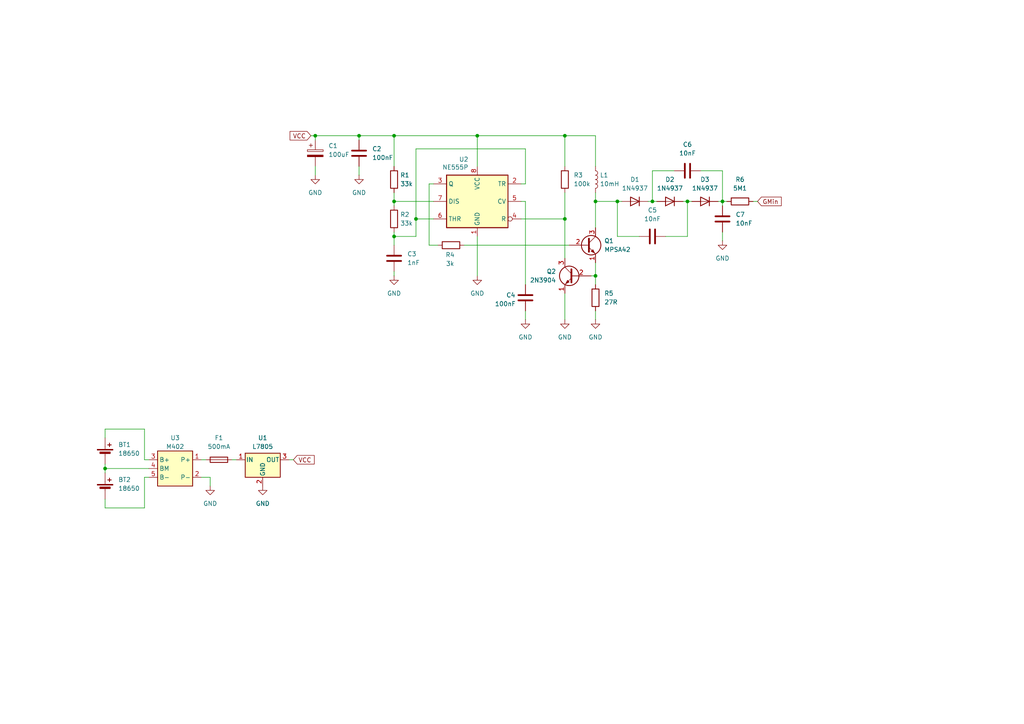
<source format=kicad_sch>
(kicad_sch (version 20231120) (generator "eeschema") (generator_version "8.0")
  (paper "A4")
  (lib_symbols
    (symbol "Balancer:M402"
      (property "Reference" "U" (at 0 6.35 0))
      (symbol "M402_1_1"
        (rectangle (start -5.08 5.08) (end 5.08 -5.08) (stroke (width 0.254)) (fill (type background)))
        (pin output line (at 7.62 2.54 180) (length 2.54) (name "P+") (number "1"))
        (pin output line (at 7.62 -2.54 180) (length 2.54) (name "P-") (number "2"))
        (pin input line (at -7.62 2.54 0) (length 2.54) (name "B+") (number "3"))
        (pin input line (at -7.62 0 0) (length 2.54) (name "BM") (number "4"))
        (pin input line (at -7.62 -2.54 0) (length 2.54) (name "B-") (number "5"))
      )
    )
    (symbol "Device:Ammeter_DC" (pin_numbers hide) (pin_names (offset 0.0254) hide)
      (property "Reference" "MES" (at -3.302 1.016 0))
      (property "Value" "Ammeter_DC" (at -3.302 -0.762 0))
      (symbol "Ammeter_DC_0_0"
        (polyline (pts (xy -3.175 -3.175) (xy -1.905 -1.905)))
        (polyline (pts (xy 1.905 1.905) (xy 3.175 3.175)))
        (polyline (pts (xy 1.905 3.175) (xy 3.175 3.175) (xy 3.175 1.905)))
        (text "A" (at 0 0 0) (effects (font (size 2.54 2.54))))
      )
      (symbol "Ammeter_DC_0_1"
        (polyline (pts (xy 0.254 3.81) (xy 0.762 3.81)))
        (polyline (pts (xy 0.508 4.064) (xy 0.508 3.556)))
        (circle (center 0 0) (radius 2.54) (stroke (width 0.254)))
      )
      (symbol "Ammeter_DC_1_1"
        (pin passive line (at 0 -5.08 90) (length 2.54) (name "-") (number "1"))
        (pin passive line (at 0 5.08 270) (length 2.54) (name "+") (number "2"))
      )
    )
    (symbol "Device:Battery_Cell" (pin_numbers hide) (pin_names (offset 0) hide)
      (property "Reference" "BT" (at 2.54 2.54 0))
      (property "Value" "Battery_Cell" (at 2.54 0 0))
      (symbol "Battery_Cell_0_1"
        (rectangle (start -2.286 1.778) (end 2.286 1.524) (fill (type outline)))
        (rectangle (start -1.524 1.016) (end 1.524 0.508) (fill (type outline)))
        (polyline (pts (xy 0 0.762) (xy 0 0)))
        (polyline (pts (xy 0 1.778) (xy 0 2.54)))
        (polyline (pts (xy 0.762 3.048) (xy 1.778 3.048)) (stroke (width 0.254)))
        (polyline (pts (xy 1.27 3.556) (xy 1.27 2.54)) (stroke (width 0.254)))
      )
      (symbol "Battery_Cell_1_1"
        (pin passive line (at 0 5.08 270) (length 2.54) (name "+") (number "1"))
        (pin passive line (at 0 -2.54 90) (length 2.54) (name "-") (number "2"))
      )
    )
    (symbol "Device:C" (pin_numbers hide) (pin_names (offset 0.254))
      (property "Reference" "C" (at 0.635 2.54 0))
      (property "Value" "C" (at 0.635 -2.54 0))
      (symbol "C_0_1"
        (polyline (pts (xy -2.032 -0.762) (xy 2.032 -0.762)) (stroke (width 0.508)))
        (polyline (pts (xy -2.032 0.762) (xy 2.032 0.762)) (stroke (width 0.508)))
      )
      (symbol "C_1_1"
        (pin passive line (at 0 3.81 270) (length 2.794) (name "~") (number "1"))
        (pin passive line (at 0 -3.81 90) (length 2.794) (name "~") (number "2"))
      )
    )
    (symbol "Device:C_Polarized" (pin_numbers hide) (pin_names (offset 0.254))
      (property "Reference" "C" (at 0.635 2.54 0))
      (property "Value" "C_Polarized" (at 0.635 -2.54 0))
      (symbol "C_Polarized_0_1"
        (rectangle (start -2.286 0.508) (end 2.286 1.016))
        (polyline (pts (xy -1.778 2.286) (xy -0.762 2.286)))
        (polyline (pts (xy -1.27 2.794) (xy -1.27 1.778)))
        (rectangle (start 2.286 -0.508) (end -2.286 -1.016) (fill (type outline)))
      )
      (symbol "C_Polarized_1_1"
        (pin passive line (at 0 3.81 270) (length 2.794) (name "~") (number "1"))
        (pin passive line (at 0 -3.81 90) (length 2.794) (name "~") (number "2"))
      )
    )
    (symbol "Device:D" (pin_numbers hide) (pin_names (offset 1.016) hide)
      (property "Reference" "D" (at 0 2.54 0))
      (property "Value" "D" (at 0 -2.54 0))
      (symbol "D_0_1"
        (polyline (pts (xy -1.27 1.27) (xy -1.27 -1.27)) (stroke (width 0.254)))
        (polyline (pts (xy 1.27 0) (xy -1.27 0)))
        (polyline (pts (xy 1.27 1.27) (xy 1.27 -1.27) (xy -1.27 0) (xy 1.27 1.27)) (stroke (width 0.254)))
      )
      (symbol "D_1_1"
        (pin passive line (at -3.81 0 0) (length 2.54) (name "K") (number "1"))
        (pin passive line (at 3.81 0 180) (length 2.54) (name "A") (number "2"))
      )
    )
    (symbol "Device:Fuse" (pin_numbers hide) (pin_names (offset 0))
      (property "Reference" "F" (at 2.032 0 90))
      (property "Value" "Fuse" (at -1.905 0 90))
      (symbol "Fuse_0_1"
        (rectangle (start -0.762 -2.54) (end 0.762 2.54) (stroke (width 0.254)))
        (polyline (pts (xy 0 2.54) (xy 0 -2.54)))
      )
      (symbol "Fuse_1_1"
        (pin passive line (at 0 3.81 270) (length 1.27) (name "~") (number "1"))
        (pin passive line (at 0 -3.81 90) (length 1.27) (name "~") (number "2"))
      )
    )
    (symbol "Device:L" (pin_numbers hide) (pin_names (offset 1.016) hide)
      (property "Reference" "L" (at -1.27 0 90))
      (property "Value" "L" (at 1.905 0 90))
      (symbol "L_0_1"
        (arc (start 0 -2.54) (mid 0.6323 -1.905) (end 0 -1.27))
        (arc (start 0 -1.27) (mid 0.6323 -0.635) (end 0 0))
        (arc (start 0 0) (mid 0.6323 0.635) (end 0 1.27))
        (arc (start 0 1.27) (mid 0.6323 1.905) (end 0 2.54))
      )
      (symbol "L_1_1"
        (pin passive line (at 0 3.81 270) (length 1.27) (name "1") (number "1"))
        (pin passive line (at 0 -3.81 90) (length 1.27) (name "2") (number "2"))
      )
    )
    (symbol "Device:R" (pin_numbers hide) (pin_names (offset 0))
      (property "Reference" "R" (at 2.032 0 90))
      (property "Value" "R" (at 0 0 90))
      (symbol "R_0_1"
        (rectangle (start -1.016 -2.54) (end 1.016 2.54) (stroke (width 0.254)))
      )
      (symbol "R_1_1"
        (pin passive line (at 0 3.81 270) (length 1.27) (name "~") (number "1"))
        (pin passive line (at 0 -3.81 90) (length 1.27) (name "~") (number "2"))
      )
    )
    (symbol "Device:Speaker" (pin_names (offset 0) hide)
      (property "Reference" "LS" (at 1.27 5.715 0))
      (property "Value" "Speaker" (at 1.27 3.81 0))
      (symbol "Speaker_0_0"
        (rectangle (start -2.54 1.27) (end 1.016 -3.81) (stroke (width 0.254)))
        (polyline (pts (xy 1.016 1.27) (xy 3.556 3.81) (xy 3.556 -6.35) (xy 1.016 -3.81)) (stroke (width 0.254)))
      )
      (symbol "Speaker_1_1"
        (pin input line (at -5.08 0 0) (length 2.54) (name "1") (number "1"))
        (pin input line (at -5.08 -2.54 0) (length 2.54) (name "2") (number "2"))
      )
    )
    (symbol "MCU_Module_RaspberryPi_Pico:RaspberryPi_Pico" (pin_names (offset 0.762))
      (property "Reference" "A" (at -19.05 38.1 0))
      (property "Value" "RaspberryPi_Pico" (at 7.62 38.1 0))
      (symbol "RaspberryPi_Pico_0_1"
        (rectangle (start -19.05 36.83) (end 19.05 -34.29) (stroke (width 0.254)) (fill (type background)))
        (polyline (pts (xy 0 36.83) (xy 1.27 36.195) (xy 1.27 34.29) (xy 1.905 34.29)))
        (polyline (pts (xy 1.905 34.29) (xy 3.175 35.56) (xy 3.175 33.02) (xy 1.905 34.29)))
        (polyline (pts (xy 5.08 36.83) (xy 3.81 36.195) (xy 3.81 34.29) (xy 3.175 34.29)))
        (polyline (pts (xy 0 -34.29) (xy 1.27 -33.655) (xy 1.27 -21.59) (xy 18.415 -21.59) (xy 19.05 -20.32)))
        (polyline (pts (xy 1.651 35.306) (xy 1.651 35.56) (xy 1.905 35.56) (xy 1.905 33.02) (xy 2.159 33.02) (xy 2.159 33.274)))
      )
      (symbol "RaspberryPi_Pico_1_1"
        (pin bidirectional line (at -22.86 22.86 0) (length 3.81) (name "GPIO0") (number "1"))
        (pin bidirectional line (at -22.86 5.08 0) (length 3.81) (name "GPIO7") (number "10"))
        (pin bidirectional line (at -22.86 2.54 0) (length 3.81) (name "GPIO8") (number "11"))
        (pin bidirectional line (at -22.86 0 0) (length 3.81) (name "GPIO9") (number "12"))
        (pin passive line (at 0 -38.1 90) (length 3.81) hide (name "GND") (number "13"))
        (pin bidirectional line (at -22.86 -2.54 0) (length 3.81) (name "GPIO10") (number "14"))
        (pin bidirectional line (at -22.86 -5.08 0) (length 3.81) (name "GPIO11") (number "15"))
        (pin bidirectional line (at -22.86 -7.62 0) (length 3.81) (name "GPIO12") (number "16"))
        (pin bidirectional line (at -22.86 -10.16 0) (length 3.81) (name "GPIO13") (number "17"))
        (pin passive line (at 0 -38.1 90) (length 3.81) hide (name "GND") (number "18"))
        (pin bidirectional line (at -22.86 -12.7 0) (length 3.81) (name "GPIO14") (number "19"))
        (pin bidirectional line (at -22.86 20.32 0) (length 3.81) (name "GPIO1") (number "2"))
        (pin bidirectional line (at -22.86 -15.24 0) (length 3.81) (name "GPIO15") (number "20"))
        (pin bidirectional line (at 22.86 15.24 180) (length 3.81) (name "GPIO16") (number "21"))
        (pin bidirectional line (at 22.86 12.7 180) (length 3.81) (name "GPIO17") (number "22"))
        (pin passive line (at 0 -38.1 90) (length 3.81) hide (name "GND") (number "23"))
        (pin bidirectional line (at 22.86 10.16 180) (length 3.81) (name "GPIO18") (number "24"))
        (pin bidirectional line (at 22.86 7.62 180) (length 3.81) (name "GPIO19") (number "25"))
        (pin bidirectional line (at 22.86 5.08 180) (length 3.81) (name "GPIO20") (number "26"))
        (pin bidirectional line (at 22.86 2.54 180) (length 3.81) (name "GPIO21") (number "27"))
        (pin passive line (at 0 -38.1 90) (length 3.81) hide (name "GND") (number "28"))
        (pin bidirectional line (at 22.86 0 180) (length 3.81) (name "GPIO22") (number "29"))
        (pin power_out line (at 0 -38.1 90) (length 3.81) (name "GND") (number "3"))
        (pin input line (at -22.86 -20.32 0) (length 3.81) (name "RUN") (number "30"))
        (pin bidirectional line (at 22.86 -10.16 180) (length 3.81) (name "GPIO26_ADC0") (number "31"))
        (pin bidirectional line (at 22.86 -12.7 180) (length 3.81) (name "GPIO27_ADC1") (number "32"))
        (pin power_out line (at 22.86 -20.32 180) (length 3.81) (name "AGND") (number "33"))
        (pin bidirectional line (at 22.86 -15.24 180) (length 3.81) (name "GPIO28_ADC2") (number "34"))
        (pin power_in line (at 22.86 -5.08 180) (length 3.81) (name "ADC_VREF") (number "35"))
        (pin power_out line (at -5.08 40.64 270) (length 3.81) (name "3V3") (number "36"))
        (pin input line (at -22.86 -22.86 0) (length 3.81) (name "3V3_EN") (number "37"))
        (pin passive line (at 0 -38.1 90) (length 3.81) hide (name "GND") (number "38"))
        (pin power_in line (at 0 40.64 270) (length 3.81) (name "VSYS") (number "39"))
        (pin bidirectional line (at -22.86 17.78 0) (length 3.81) (name "GPIO2") (number "4"))
        (pin power_out line (at 5.08 40.64 270) (length 3.81) (name "VBUS") (number "40"))
        (pin bidirectional line (at -22.86 15.24 0) (length 3.81) (name "GPIO3") (number "5"))
        (pin bidirectional line (at -22.86 12.7 0) (length 3.81) (name "GPIO4") (number "6"))
        (pin bidirectional line (at -22.86 10.16 0) (length 3.81) (name "GPIO5") (number "7"))
        (pin passive line (at 0 -38.1 90) (length 3.81) hide (name "GND") (number "8"))
        (pin bidirectional line (at -22.86 7.62 0) (length 3.81) (name "GPIO6") (number "9"))
      )
    )
    (symbol "Regulator_Linear:L7805" (pin_names (offset 0.254))
      (property "Reference" "U" (at -3.81 3.175 0))
      (property "Value" "L7805" (at 0 3.175 0))
      (symbol "L7805_0_1"
        (rectangle (start -5.08 1.905) (end 5.08 -5.08) (stroke (width 0.254)) (fill (type background)))
      )
      (symbol "L7805_1_1"
        (pin power_in line (at -7.62 0 0) (length 2.54) (name "IN") (number "1"))
        (pin power_in line (at 0 -7.62 90) (length 2.54) (name "GND") (number "2"))
        (pin power_out line (at 7.62 0 180) (length 2.54) (name "OUT") (number "3"))
      )
    )
    (symbol "Timer:NE555P"
      (property "Reference" "U" (at -10.16 8.89 0))
      (property "Value" "NE555P" (at 2.54 8.89 0))
      (symbol "NE555P_0_0"
        (pin power_in line (at 0 -10.16 90) (length 2.54) (name "GND") (number "1"))
        (pin power_in line (at 0 10.16 270) (length 2.54) (name "VCC") (number "8"))
      )
      (symbol "NE555P_0_1"
        (rectangle (start -8.89 -7.62) (end 8.89 7.62) (stroke (width 0.254)) (fill (type background)))
        (rectangle (start -8.89 -7.62) (end 8.89 7.62) (stroke (width 0.254)) (fill (type background)))
      )
      (symbol "NE555P_1_1"
        (pin input line (at -12.7 5.08 0) (length 3.81) (name "TR") (number "2"))
        (pin output line (at 12.7 5.08 180) (length 3.81) (name "Q") (number "3"))
        (pin input inverted (at -12.7 -5.08 0) (length 3.81) (name "R") (number "4"))
        (pin input line (at -12.7 0 0) (length 3.81) (name "CV") (number "5"))
        (pin input line (at 12.7 -5.08 180) (length 3.81) (name "THR") (number "6"))
        (pin input line (at 12.7 0 180) (length 3.81) (name "DIS") (number "7"))
      )
    )
    (symbol "Transistor_BJT:2N3904" (pin_names (offset 0) hide)
      (property "Reference" "Q" (at 5.08 1.905 0))
      (property "Value" "2N3904" (at 5.08 0 0))
      (symbol "2N3904_0_1"
        (polyline (pts (xy 0.635 0.635) (xy 2.54 2.54)))
        (polyline (pts (xy 0.635 -0.635) (xy 2.54 -2.54) (xy 2.54 -2.54)))
        (polyline (pts (xy 0.635 1.905) (xy 0.635 -1.905) (xy 0.635 -1.905)) (stroke (width 0.508)))
        (polyline (pts (xy 1.27 -1.778) (xy 1.778 -1.27) (xy 2.286 -2.286) (xy 1.27 -1.778) (xy 1.27 -1.778)) (fill (type outline)))
        (circle (center 1.27 0) (radius 2.8194) (stroke (width 0.254)))
      )
      (symbol "2N3904_1_1"
        (pin passive line (at 2.54 -5.08 90) (length 2.54) (name "E") (number "1"))
        (pin passive line (at -5.08 0 0) (length 5.715) (name "B") (number "2"))
        (pin passive line (at 2.54 5.08 270) (length 2.54) (name "C") (number "3"))
      )
    )
    (symbol "Transistor_BJT:MPSA42" (pin_names (offset 1.016) hide)
      (property "Reference" "Q" (at 5.08 1.905 0))
      (property "Value" "MPSA42" (at 5.08 0 0))
      (symbol "MPSA42_0_1"
        (polyline (pts (xy 0 0) (xy 0.635 0)))
        (polyline (pts (xy 0.635 0.635) (xy 2.54 2.54)))
        (polyline (pts (xy 0.635 -0.635) (xy 2.54 -2.54) (xy 2.54 -2.54)))
        (polyline (pts (xy 0.635 1.905) (xy 0.635 -1.905) (xy 0.635 -1.905)) (stroke (width 0.508)))
        (polyline (pts (xy 1.27 -1.778) (xy 1.778 -1.27) (xy 2.286 -2.286) (xy 1.27 -1.778) (xy 1.27 -1.778)) (fill (type outline)))
        (circle (center 1.27 0) (radius 2.8194) (stroke (width 0.254)))
      )
      (symbol "MPSA42_1_1"
        (pin passive line (at 2.54 -5.08 90) (length 2.54) (name "E") (number "1"))
        (pin input line (at -5.08 0 0) (length 5.08) (name "B") (number "2"))
        (pin passive line (at 2.54 5.08 270) (length 2.54) (name "C") (number "3"))
      )
    )
    (symbol "power:+5V" (power) (pin_numbers hide) (pin_names (offset 0) hide)
      (property "Value" "+5V" (at 0 3.556 0))
      (symbol "+5V_0_1"
        (polyline (pts (xy -0.762 1.27) (xy 0 2.54)))
        (polyline (pts (xy 0 0) (xy 0 2.54)))
        (polyline (pts (xy 0 2.54) (xy 0.762 1.27)))
      )
      (symbol "+5V_1_1"
        (pin power_in line (at 0 0 90) (length 0) (name "~") (number "1"))
      )
    )
    (symbol "power:GND" (power) (pin_numbers hide) (pin_names (offset 0) hide)
      (property "Value" "GND" (at 0 -3.81 0))
      (symbol "GND_0_1"
        (polyline (pts (xy 0 0) (xy 0 -1.27) (xy 1.27 -1.27) (xy 0 -2.54) (xy -1.27 -1.27) (xy 0 -1.27)))
      )
      (symbol "GND_1_1"
        (pin power_in line (at 0 0 270) (length 0) (name "~") (number "1"))
      )
    )
  )
  (junction (at 163.83 39.37))
  (junction (at 114.3 39.37))
  (junction (at 505.46 63.5))
  (junction (at 495.3 73.66))
  (junction (at 138.43 39.37))
  (junction (at 189.23 58.42))
  (junction (at 172.72 58.42))
  (junction (at 172.72 80.01))
  (junction (at 415.29 63.5))
  (junction (at 114.3 68.58))
  (junction (at 199.39 58.42))
  (junction (at 91.44 39.37))
  (junction (at 405.13 72.39))
  (junction (at 505.46 55.88))
  (junction (at 104.14 39.37))
  (junction (at 114.3 58.42))
  (junction (at 163.83 63.5))
  (junction (at 405.13 54.61))
  (junction (at 179.07 58.42))
  (junction (at 30.48 135.89))
  (junction (at 209.55 58.42))
  (junction (at 120.65 63.5))
  (wire (pts (xy 189.23 58.42) (xy 190.5 58.42)))
  (wire (pts (xy 114.3 68.58) (xy 120.65 68.58)))
  (wire (pts (xy 134.62 71.12) (xy 165.1 71.12)))
  (wire (pts (xy 90.17 39.37) (xy 91.44 39.37)))
  (wire (pts (xy 415.29 49.53) (xy 415.29 54.61)))
  (wire (pts (xy 138.43 39.37) (xy 138.43 48.26)))
  (wire (pts (xy 405.13 69.85) (xy 405.13 72.39)))
  (wire (pts (xy 511.81 60.96) (xy 511.81 63.5)))
  (wire (pts (xy 152.4 82.55) (xy 152.4 58.42)))
  (wire (pts (xy 163.83 55.88) (xy 163.83 63.5)))
  (wire (pts (xy 511.81 55.88) (xy 505.46 55.88)))
  (wire (pts (xy 505.46 78.74) (xy 505.46 87.63)))
  (wire (pts (xy 60.96 138.43) (xy 60.96 140.97)))
  (wire (pts (xy 151.13 63.5) (xy 163.83 63.5)))
  (wire (pts (xy 114.3 68.58) (xy 114.3 71.12)))
  (wire (pts (xy 85.09 133.35) (xy 83.82 133.35)))
  (wire (pts (xy 163.83 85.09) (xy 163.83 92.71)))
  (wire (pts (xy 482.6 63.5) (xy 473.71 63.5)))
  (wire (pts (xy 152.4 43.18) (xy 152.4 53.34)))
  (wire (pts (xy 179.07 58.42) (xy 180.34 58.42)))
  (wire (pts (xy 389.89 54.61) (xy 405.13 54.61)))
  (wire (pts (xy 41.91 138.43) (xy 43.18 138.43)))
  (wire (pts (xy 405.13 54.61) (xy 405.13 62.23)))
  (wire (pts (xy 209.55 49.53) (xy 209.55 58.42)))
  (wire (pts (xy 30.48 144.78) (xy 30.48 147.32)))
  (wire (pts (xy 505.46 63.5) (xy 505.46 68.58)))
  (wire (pts (xy 415.29 77.47) (xy 415.29 83.82)))
  (wire (pts (xy 163.83 39.37) (xy 163.83 48.26)))
  (wire (pts (xy 30.48 127) (xy 30.48 124.46)))
  (wire (pts (xy 199.39 68.58) (xy 199.39 58.42)))
  (wire (pts (xy 172.72 80.01) (xy 172.72 82.55)))
  (wire (pts (xy 482.6 83.82) (xy 482.6 63.5)))
  (wire (pts (xy 511.81 58.42) (xy 511.81 55.88)))
  (wire (pts (xy 58.42 133.35) (xy 59.69 133.35)))
  (wire (pts (xy 43.18 135.89) (xy 30.48 135.89)))
  (wire (pts (xy 415.29 63.5) (xy 415.29 67.31)))
  (wire (pts (xy 120.65 43.18) (xy 152.4 43.18)))
  (wire (pts (xy 209.55 67.31) (xy 209.55 69.85)))
  (wire (pts (xy 172.72 90.17) (xy 172.72 92.71)))
  (wire (pts (xy 405.13 82.55) (xy 405.13 83.82)))
  (wire (pts (xy 172.72 80.01) (xy 171.45 80.01)))
  (wire (pts (xy 209.55 58.42) (xy 209.55 59.69)))
  (wire (pts (xy 41.91 124.46) (xy 41.91 133.35)))
  (wire (pts (xy 114.3 55.88) (xy 114.3 58.42)))
  (wire (pts (xy 120.65 63.5) (xy 125.73 63.5)))
  (wire (pts (xy 30.48 135.89) (xy 30.48 137.16)))
  (wire (pts (xy 172.72 58.42) (xy 172.72 66.04)))
  (wire (pts (xy 30.48 134.62) (xy 30.48 135.89)))
  (wire (pts (xy 473.71 73.66) (xy 483.87 73.66)))
  (wire (pts (xy 114.3 39.37) (xy 138.43 39.37)))
  (wire (pts (xy 104.14 39.37) (xy 104.14 40.64)))
  (wire (pts (xy 152.4 58.42) (xy 151.13 58.42)))
  (wire (pts (xy 195.58 49.53) (xy 189.23 49.53)))
  (wire (pts (xy 120.65 63.5) (xy 120.65 43.18)))
  (wire (pts (xy 58.42 138.43) (xy 60.96 138.43)))
  (wire (pts (xy 114.3 67.31) (xy 114.3 68.58)))
  (wire (pts (xy 138.43 80.01) (xy 138.43 68.58)))
  (wire (pts (xy 389.89 54.61) (xy 389.89 63.5)))
  (wire (pts (xy 415.29 63.5) (xy 427.99 63.5)))
  (wire (pts (xy 125.73 53.34) (xy 124.46 53.34)))
  (wire (pts (xy 152.4 90.17) (xy 152.4 92.71)))
  (wire (pts (xy 187.96 58.42) (xy 189.23 58.42)))
  (wire (pts (xy 218.44 58.42) (xy 219.71 58.42)))
  (wire (pts (xy 67.31 133.35) (xy 68.58 133.35)))
  (wire (pts (xy 185.42 68.58) (xy 179.07 68.58)))
  (wire (pts (xy 124.46 53.34) (xy 124.46 71.12)))
  (wire (pts (xy 389.89 71.12) (xy 389.89 83.82)))
  (wire (pts (xy 172.72 58.42) (xy 179.07 58.42)))
  (wire (pts (xy 163.83 39.37) (xy 172.72 39.37)))
  (wire (pts (xy 30.48 147.32) (xy 41.91 147.32)))
  (wire (pts (xy 495.3 73.66) (xy 497.84 73.66)))
  (wire (pts (xy 114.3 80.01) (xy 114.3 78.74)))
  (wire (pts (xy 124.46 71.12) (xy 127 71.12)))
  (wire (pts (xy 120.65 68.58) (xy 120.65 63.5)))
  (wire (pts (xy 91.44 48.26) (xy 91.44 50.8)))
  (wire (pts (xy 114.3 58.42) (xy 114.3 59.69)))
  (wire (pts (xy 41.91 133.35) (xy 43.18 133.35)))
  (wire (pts (xy 30.48 124.46) (xy 41.91 124.46)))
  (wire (pts (xy 482.6 107.95) (xy 482.6 111.76)))
  (wire (pts (xy 41.91 147.32) (xy 41.91 138.43)))
  (wire (pts (xy 482.6 91.44) (xy 482.6 97.79)))
  (wire (pts (xy 511.81 63.5) (xy 505.46 63.5)))
  (wire (pts (xy 198.12 58.42) (xy 199.39 58.42)))
  (wire (pts (xy 491.49 73.66) (xy 495.3 73.66)))
  (wire (pts (xy 104.14 50.8) (xy 104.14 48.26)))
  (wire (pts (xy 495.3 83.82) (xy 495.3 87.63)))
  (wire (pts (xy 415.29 62.23) (xy 415.29 63.5)))
  (wire (pts (xy 179.07 68.58) (xy 179.07 58.42)))
  (wire (pts (xy 91.44 39.37) (xy 91.44 40.64)))
  (wire (pts (xy 114.3 58.42) (xy 125.73 58.42)))
  (wire (pts (xy 151.13 53.34) (xy 152.4 53.34)))
  (wire (pts (xy 505.46 49.53) (xy 505.46 55.88)))
  (wire (pts (xy 138.43 39.37) (xy 163.83 39.37)))
  (wire (pts (xy 210.82 58.42) (xy 209.55 58.42)))
  (wire (pts (xy 193.04 68.58) (xy 199.39 68.58)))
  (wire (pts (xy 405.13 72.39) (xy 405.13 74.93)))
  (wire (pts (xy 203.2 49.53) (xy 209.55 49.53)))
  (wire (pts (xy 172.72 39.37) (xy 172.72 48.26)))
  (wire (pts (xy 405.13 72.39) (xy 407.67 72.39)))
  (wire (pts (xy 114.3 39.37) (xy 114.3 48.26)))
  (wire (pts (xy 208.28 58.42) (xy 209.55 58.42)))
  (wire (pts (xy 104.14 39.37) (xy 114.3 39.37)))
  (wire (pts (xy 199.39 58.42) (xy 200.66 58.42)))
  (wire (pts (xy 172.72 80.01) (xy 172.72 76.2)))
  (wire (pts (xy 172.72 55.88) (xy 172.72 58.42)))
  (wire (pts (xy 189.23 49.53) (xy 189.23 58.42)))
  (wire (pts (xy 450.85 30.48) (xy 450.85 33.02)))
  (wire (pts (xy 163.83 63.5) (xy 163.83 74.93)))
  (wire (pts (xy 495.3 73.66) (xy 495.3 76.2)))
  (wire (pts (xy 405.13 19.05) (xy 405.13 54.61)))
  (wire (pts (xy 91.44 39.37) (xy 104.14 39.37)))
  (global_label "GMin" (shape input) (at 219.71 58.42 0) (property "Intersheetrefs" "${INTERSHEET_REFS}" (effects (hide yes))))
  (global_label "VCC" (shape input) (at 90.17 39.37 180) (property "Intersheetrefs" "${INTERSHEET_REFS}" (effects (hide yes))))
  (global_label "VCC" (shape input) (at 85.09 133.35 0) (property "Intersheetrefs" "${INTERSHEET_REFS}" (effects (hide yes))))
  (symbol (lib_id "Balancer:M402") (at 50.8 135.89 0) (unit 1)
    (property "Reference" "U3" (at 50.8 127 0))
    (property "Value" "M402" (at 50.8 129.54 0))
  )
  (symbol (lib_id "Device:R") (at 405.13 66.04 0) (unit 1)
    (property "Reference" "R7" (at 407.67 64.7699 0) (effects (justify left)))
    (property "Value" "10k" (at 407.67 67.3099 0) (effects (justify left)))
    (property "Footprint" "Resistor_THT:R_Axial_DIN0207_L6.3mm_D2.5mm_P10.16mm_Horizontal" (effects (hide yes)))
    (property "Description" "Resistor" (effects (hide yes)))
  )
  (symbol (lib_id "power:GND") (at 482.6 111.76 0) (unit 1)
    (property "Reference" "#PWR020" (effects (hide yes)))
    (property "Value" "GND" (at 482.6 116.84 0))
    (property "Description" "Power symbol creates a global label with name \"GND\" , ground" (effects (hide yes)))
  )
  (symbol (lib_id "power:+5V") (at 415.29 49.53 0) (unit 1)
    (property "Reference" "#PWR018" (effects (hide yes)))
    (property "Value" "+5V" (at 415.29 44.45 0))
    (property "Description" "Power symbol creates a global label with name \"+5V\"" (effects (hide yes)))
  )
  (symbol (lib_id "Device:C_Polarized") (at 91.44 44.45 0) (unit 1)
    (property "Reference" "C1" (at 95.25 42.2909 0) (effects (justify left)))
    (property "Value" "100uF" (at 95.25 44.8309 0) (effects (justify left)))
    (property "Footprint" "Capacitor_THT:CP_Radial_Tantal_D5.0mm_P5.00mm" (effects (hide yes)))
    (property "Description" "Polarized capacitor" (effects (hide yes)))
  )
  (symbol (lib_id "Device:R") (at 114.3 52.07 180) (unit 1)
    (property "Reference" "R1" (at 116.078 50.8 0) (effects (justify right)))
    (property "Value" "33k" (at 116.078 53.34 0) (effects (justify right)))
    (property "Footprint" "Resistor_THT:R_Axial_DIN0207_L6.3mm_D2.5mm_P10.16mm_Horizontal" (effects (hide yes)))
    (property "Description" "Resistor" (effects (hide yes)))
  )
  (symbol (lib_id "power:GND") (at 114.3 80.01 0) (unit 1)
    (property "Reference" "#PWR08" (effects (hide yes)))
    (property "Value" "GND" (at 114.3 85.09 0))
    (property "Description" "Power symbol creates a global label with name \"GND\" , ground" (effects (hide yes)))
  )
  (symbol (lib_id "power:GND") (at 209.55 69.85 0) (unit 1)
    (property "Reference" "#PWR013" (effects (hide yes)))
    (property "Value" "GND" (at 209.55 74.93 0))
    (property "Description" "Power symbol creates a global label with name \"GND\" , ground" (effects (hide yes)))
  )
  (symbol (lib_id "Timer:NE555P") (at 138.43 58.42 0) (mirror y) (unit 1)
    (property "Reference" "U2" (at 135.89 46.228 0) (effects (justify left)))
    (property "Value" "NE555P" (at 135.89 48.514 0) (effects (justify left)))
    (property "Footprint" "Package_DIP:DIP-8_W7.62mm_Socket" (effects (hide yes)))
    (property "Datasheet" "http://www.ti.com/lit/ds/symlink/ne555.pdf" (effects (hide yes)))
    (property "Description" "Precision Timers, 555 compatible,  PDIP-8" (effects (hide yes)))
  )
  (symbol (lib_id "Device:R") (at 487.68 73.66 90) (unit 1)
    (property "Reference" "R10" (at 487.68 67.31 90))
    (property "Value" "1k" (at 487.68 69.85 90))
    (property "Description" "Resistor" (effects (hide yes)))
  )
  (symbol (lib_id "Device:D") (at 505.46 59.69 270) (unit 1)
    (property "Reference" "D4" (at 499.11 59.69 0))
    (property "Value" "1N4937" (at 501.65 59.69 0))
    (property "Footprint" "Diode_THT:D_DO-41_SOD81_P7.62mm_Horizontal" (effects (hide yes)))
    (property "Description" "Diode" (effects (hide yes)))
    (property "Sim.Device" "D" (effects (hide yes)))
    (property "Sim.Pins" "1=K 2=A" (effects (hide yes)))
  )
  (symbol (lib_id "Device:C") (at 209.55 63.5 0) (unit 1)
    (property "Reference" "C7" (at 213.36 62.2299 0) (effects (justify left)))
    (property "Value" "10nF" (at 213.36 64.7699 0) (effects (justify left)))
    (property "Footprint" "Capacitor_THT:C_Disc_D5.0mm_W2.5mm_P5.00mm" (effects (hide yes)))
    (property "Description" "Unpolarized capacitor" (effects (hide yes)))
  )
  (symbol (lib_id "Transistor_BJT:2N3904") (at 412.75 72.39 0) (unit 1)
    (property "Reference" "Q3" (at 417.83 71.1199 0) (effects (justify left)))
    (property "Value" "2N3904" (at 417.83 73.6599 0) (effects (justify left)))
    (property "Footprint" "Package_TO_SOT_THT:TO-92_Inline_Wide" (effects (hide yes)))
    (property "Datasheet" "https://www.onsemi.com/pub/Collateral/2N3903-D.PDF" (effects (hide yes)))
    (property "Description" "0.2A Ic, 40V Vce, Small Signal NPN Transistor, TO-92" (effects (hide yes)))
  )
  (symbol (lib_id "Device:Battery_Cell") (at 30.48 142.24 0) (unit 1)
    (property "Reference" "BT2" (at 34.29 139.1284 0) (effects (justify left)))
    (property "Value" "18650" (at 34.29 141.6684 0) (effects (justify left)))
    (property "Description" "Single-cell battery" (effects (hide yes)))
  )
  (symbol (lib_id "Regulator_Linear:L7805") (at 76.2 133.35 0) (unit 1)
    (property "Reference" "U1" (at 76.2 127 0))
    (property "Value" "L7805" (at 76.2 129.54 0))
    (property "Footprint" "Package_TO_SOT_THT:TO-220-3_Vertical" (effects (hide yes)))
    (property "Datasheet" "http://www.st.com/content/ccc/resource/technical/document/datasheet/41/4f/b3/b0/12/d4/47/88/CD00000444.pdf/files/CD00000444.pdf/jcr:content/translations/en.CD00000444.pdf" (effects (hide yes)))
    (property "Description" "Positive 1.5A 35V Linear Regulator, Fixed Output 5V, TO-220/TO-263/TO-252" (effects (hide yes)))
  )
  (symbol (lib_id "Device:C") (at 104.14 44.45 0) (unit 1)
    (property "Reference" "C2" (at 107.95 43.1799 0) (effects (justify left)))
    (property "Value" "100nF" (at 107.95 45.7199 0) (effects (justify left)))
    (property "Footprint" "Capacitor_THT:C_Disc_D3.0mm_W2.0mm_P2.50mm" (effects (hide yes)))
    (property "Description" "Unpolarized capacitor" (effects (hide yes)))
  )
  (symbol (lib_id "power:GND") (at 163.83 92.71 0) (unit 1)
    (property "Reference" "#PWR011" (effects (hide yes)))
    (property "Value" "GND" (at 163.83 97.79 0))
    (property "Description" "Power symbol creates a global label with name \"GND\" , ground" (effects (hide yes)))
  )
  (symbol (lib_id "power:GND") (at 60.96 140.97 0) (unit 1)
    (property "Reference" "#PWR04" (effects (hide yes)))
    (property "Value" "GND" (at 60.96 146.05 0))
    (property "Description" "Power symbol creates a global label with name \"GND\" , ground" (effects (hide yes)))
  )
  (symbol (lib_id "Device:R") (at 214.63 58.42 90) (unit 1)
    (property "Reference" "R6" (at 214.63 52.07 90))
    (property "Value" "5M1" (at 214.63 54.61 90))
    (property "Footprint" "Resistor_THT:R_Axial_DIN0207_L6.3mm_D2.5mm_P10.16mm_Horizontal" (effects (hide yes)))
    (property "Description" "Resistor" (effects (hide yes)))
  )
  (symbol (lib_id "Device:Speaker") (at 516.89 58.42 0) (unit 1)
    (property "Reference" "LS1" (at 521.97 58.4199 0) (effects (justify left)))
    (property "Value" "Speaker" (at 521.97 60.9599 0) (effects (justify left)))
    (property "Description" "Speaker" (effects (hide yes)))
  )
  (symbol (lib_id "Device:D") (at 194.31 58.42 180) (unit 1)
    (property "Reference" "D2" (at 194.31 52.07 0))
    (property "Value" "1N4937" (at 194.31 54.61 0))
    (property "Footprint" "Diode_THT:D_DO-41_SOD81_P7.62mm_Horizontal" (effects (hide yes)))
    (property "Description" "Diode" (effects (hide yes)))
    (property "Sim.Device" "D" (effects (hide yes)))
    (property "Sim.Pins" "1=K 2=A" (effects (hide yes)))
  )
  (symbol (lib_id "Device:R") (at 114.3 63.5 0) (unit 1)
    (property "Reference" "R2" (at 116.078 62.23 0) (effects (justify left)))
    (property "Value" "33k" (at 116.078 64.77 0) (effects (justify left)))
    (property "Footprint" "Resistor_THT:R_Axial_DIN0207_L6.3mm_D2.5mm_P10.16mm_Horizontal" (effects (hide yes)))
    (property "Description" "Resistor" (effects (hide yes)))
  )
  (symbol (lib_id "Device:D") (at 204.47 58.42 180) (unit 1)
    (property "Reference" "D3" (at 204.47 52.07 0))
    (property "Value" "1N4937" (at 204.47 54.61 0))
    (property "Footprint" "Diode_THT:D_DO-41_SOD81_P7.62mm_Horizontal" (effects (hide yes)))
    (property "Description" "Diode" (effects (hide yes)))
    (property "Sim.Device" "D" (effects (hide yes)))
    (property "Sim.Pins" "1=K 2=A" (effects (hide yes)))
  )
  (symbol (lib_id "Device:Ammeter_DC") (at 482.6 102.87 0) (unit 1)
    (property "Reference" "MES1" (at 486.41 101.1554 0) (effects (justify left)))
    (property "Value" "Ammeter_DC" (at 486.41 103.6954 0) (effects (justify left)))
    (property "Description" "DC ammeter" (effects (hide yes)))
  )
  (symbol (lib_id "Device:C") (at 152.4 86.36 0) (unit 1)
    (property "Reference" "C4" (at 146.812 85.598 0) (effects (justify left)))
    (property "Value" "100nF" (at 143.51 88.138 0) (effects (justify left)))
    (property "Footprint" "Capacitor_THT:C_Disc_D4.3mm_W1.9mm_P5.00mm" (effects (hide yes)))
    (property "Description" "Unpolarized capacitor" (effects (hide yes)))
  )
  (symbol (lib_id "power:GND") (at 450.85 111.76 0) (unit 1)
    (property "Reference" "#PWR02" (effects (hide yes)))
    (property "Value" "GND" (at 450.85 116.84 0))
    (property "Description" "Power symbol creates a global label with name \"GND\" , ground" (effects (hide yes)))
  )
  (symbol (lib_id "MCU_Module_RaspberryPi_Pico:RaspberryPi_Pico") (at 450.85 73.66 0) (unit 1)
    (property "Reference" "A1" (at 453.0441 110.49 0) (effects (justify left)))
    (property "Value" "RaspberryPi_Pico" (at 453.0441 113.03 0) (effects (justify left)))
    (property "Footprint" "Module_RaspberryPi_Pico:RaspberryPi_Pico_Common" (effects (hide yes)))
    (property "Datasheet" "https://datasheets.raspberrypi.com/pico/pico-datasheet.pdf" (effects (hide yes)))
    (property "Description" "Versatile and inexpensive microcontroller module powered by RP2040 dual-core Arm Cortex-M0+ processor up to 133 MHz, 264kB SRAM, 2MB QSPI flash" (effects (hide yes)))
  )
  (symbol (lib_id "power:GND") (at 389.89 83.82 0) (unit 1)
    (property "Reference" "#PWR016" (effects (hide yes)))
    (property "Value" "GND" (at 389.89 88.9 0))
    (property "Description" "Power symbol creates a global label with name \"GND\" , ground" (effects (hide yes)))
  )
  (symbol (lib_id "power:+5V") (at 505.46 49.53 0) (unit 1)
    (property "Reference" "#PWR014" (effects (hide yes)))
    (property "Value" "+5V" (at 505.46 44.45 0))
    (property "Description" "Power symbol creates a global label with name \"+5V\"" (effects (hide yes)))
  )
  (symbol (lib_id "Device:R") (at 163.83 52.07 0) (unit 1)
    (property "Reference" "R3" (at 166.37 50.7999 0) (effects (justify left)))
    (property "Value" "100k" (at 166.37 53.3399 0) (effects (justify left)))
    (property "Footprint" "Resistor_THT:R_Axial_DIN0207_L6.3mm_D2.5mm_P10.16mm_Horizontal" (effects (hide yes)))
    (property "Description" "Resistor" (effects (hide yes)))
  )
  (symbol (lib_id "Device:R") (at 495.3 80.01 0) (unit 1)
    (property "Reference" "R11" (at 497.84 78.7399 0) (effects (justify left)))
    (property "Value" "1k" (at 497.84 81.2799 0) (effects (justify left)))
    (property "Description" "Resistor" (effects (hide yes)))
  )
  (symbol (lib_id "Transistor_BJT:2N3904") (at 502.92 73.66 0) (unit 1)
    (property "Reference" "Q4" (at 508 72.3899 0) (effects (justify left)))
    (property "Value" "2N3904" (at 508 74.9299 0) (effects (justify left)))
    (property "Footprint" "Package_TO_SOT_THT:TO-92_Inline" (effects (hide yes)))
    (property "Datasheet" "https://www.onsemi.com/pub/Collateral/2N3903-D.PDF" (effects (hide yes)))
    (property "Description" "0.2A Ic, 40V Vce, Small Signal NPN Transistor, TO-92" (effects (hide yes)))
  )
  (symbol (lib_id "Device:R") (at 130.81 71.12 270) (unit 1)
    (property "Reference" "R4" (at 130.556 73.914 90))
    (property "Value" "3k" (at 130.556 76.454 90))
    (property "Footprint" "Resistor_THT:R_Axial_DIN0207_L6.3mm_D2.5mm_P10.16mm_Horizontal" (effects (hide yes)))
    (property "Description" "Resistor" (effects (hide yes)))
  )
  (symbol (lib_id "power:GND") (at 104.14 50.8 0) (unit 1)
    (property "Reference" "#PWR07" (effects (hide yes)))
    (property "Value" "GND" (at 104.14 55.88 0))
    (property "Description" "Power symbol creates a global label with name \"GND\" , ground" (effects (hide yes)))
  )
  (symbol (lib_id "Device:L") (at 172.72 52.07 0) (unit 1)
    (property "Reference" "L1" (at 173.99 50.7999 0) (effects (justify left)))
    (property "Value" "10mH" (at 173.99 53.3399 0) (effects (justify left)))
    (property "Footprint" "Inductor_THT:L_Radial_D10.5mm_P5.00mm_Abacron_AISR-01" (effects (hide yes)))
    (property "Description" "Inductor" (effects (hide yes)))
  )
  (symbol (lib_id "Device:C") (at 199.39 49.53 90) (unit 1)
    (property "Reference" "C6" (at 199.39 41.91 90))
    (property "Value" "10nF" (at 199.39 44.45 90))
    (property "Footprint" "Capacitor_THT:C_Disc_D5.0mm_W2.5mm_P5.00mm" (effects (hide yes)))
    (property "Description" "Unpolarized capacitor" (effects (hide yes)))
  )
  (symbol (lib_id "Device:C") (at 114.3 74.93 0) (unit 1)
    (property "Reference" "C3" (at 118.11 73.6599 0) (effects (justify left)))
    (property "Value" "1nF" (at 118.11 76.1999 0) (effects (justify left)))
    (property "Footprint" "Capacitor_THT:C_Disc_D5.0mm_W2.5mm_P2.50mm" (effects (hide yes)))
    (property "Description" "Unpolarized capacitor" (effects (hide yes)))
  )
  (symbol (lib_id "Device:R") (at 482.6 87.63 180) (unit 1)
    (property "Reference" "R12" (at 485.14 86.3599 0) (effects (justify right)))
    (property "Value" "56k" (at 485.14 88.8999 0) (effects (justify right)))
    (property "Description" "Resistor" (effects (hide yes)))
  )
  (symbol (lib_id "Device:C") (at 389.89 67.31 0) (unit 1)
    (property "Reference" "C8" (at 393.7 66.0399 0) (effects (justify left)))
    (property "Value" "270pF" (at 393.7 68.5799 0) (effects (justify left)))
    (property "Footprint" "Capacitor_THT:C_Disc_D5.0mm_W2.5mm_P5.00mm" (effects (hide yes)))
    (property "Description" "Unpolarized capacitor" (effects (hide yes)))
  )
  (symbol (lib_id "power:GND") (at 76.2 140.97 0) (unit 1)
    (property "Reference" "#PWR05" (effects (hide yes)))
    (property "Value" "GND" (at 76.2 146.05 0))
    (property "Description" "Power symbol creates a global label with name \"GND\" , ground" (effects (hide yes)))
  )
  (symbol (lib_id "power:GND") (at 172.72 92.71 0) (unit 1)
    (property "Reference" "#PWR012" (effects (hide yes)))
    (property "Value" "GND" (at 172.72 97.79 0))
    (property "Description" "Power symbol creates a global label with name \"GND\" , ground" (effects (hide yes)))
  )
  (symbol (lib_id "power:GND") (at 505.46 87.63 0) (unit 1)
    (property "Reference" "#PWR03" (effects (hide yes)))
    (property "Value" "GND" (at 505.46 92.71 0))
    (property "Description" "Power symbol creates a global label with name \"GND\" , ground" (effects (hide yes)))
  )
  (symbol (lib_id "power:GND") (at 405.13 83.82 0) (unit 1)
    (property "Reference" "#PWR017" (effects (hide yes)))
    (property "Value" "GND" (at 405.13 88.9 0))
    (property "Description" "Power symbol creates a global label with name \"GND\" , ground" (effects (hide yes)))
  )
  (symbol (lib_id "Device:D") (at 184.15 58.42 180) (unit 1)
    (property "Reference" "D1" (at 184.15 52.07 0))
    (property "Value" "1N4937" (at 184.15 54.61 0))
    (property "Footprint" "Diode_THT:D_DO-41_SOD81_P7.62mm_Horizontal" (effects (hide yes)))
    (property "Description" "Diode" (effects (hide yes)))
    (property "Sim.Device" "D" (effects (hide yes)))
    (property "Sim.Pins" "1=K 2=A" (effects (hide yes)))
  )
  (symbol (lib_id "Device:Fuse") (at 63.5 133.35 90) (unit 1)
    (property "Reference" "F1" (at 63.5 127 90))
    (property "Value" "500mA" (at 63.5 129.54 90))
    (property "Footprint" "Fuse:Fuseholder_Cylinder-5x20mm_Stelvio-Kontek_PTF78_Horizontal_Open" (effects (hide yes)))
    (property "Description" "Fuse" (effects (hide yes)))
  )
  (symbol (lib_id "Device:R") (at 405.13 78.74 0) (unit 1)
    (property "Reference" "R8" (at 407.67 77.4699 0) (effects (justify left)))
    (property "Value" "470k" (at 407.67 80.0099 0) (effects (justify left)))
    (property "Footprint" "Resistor_THT:R_Axial_DIN0207_L6.3mm_D2.5mm_P10.16mm_Horizontal" (effects (hide yes)))
    (property "Description" "Resistor" (effects (hide yes)))
  )
  (symbol (lib_id "Device:R") (at 172.72 86.36 0) (unit 1)
    (property "Reference" "R5" (at 175.26 85.0899 0) (effects (justify left)))
    (property "Value" "27R" (at 175.26 87.6299 0) (effects (justify left)))
    (property "Footprint" "Resistor_THT:R_Axial_DIN0516_L15.5mm_D5.0mm_P30.48mm_Horizontal" (effects (hide yes)))
    (property "Description" "Resistor" (effects (hide yes)))
  )
  (symbol (lib_id "power:GND") (at 152.4 92.71 0) (unit 1)
    (property "Reference" "#PWR010" (effects (hide yes)))
    (property "Value" "GND" (at 152.4 97.79 0))
    (property "Description" "Power symbol creates a global label with name \"GND\" , ground" (effects (hide yes)))
  )
  (symbol (lib_id "Device:C") (at 189.23 68.58 90) (unit 1)
    (property "Reference" "C5" (at 189.23 60.96 90))
    (property "Value" "10nF" (at 189.23 63.5 90))
    (property "Footprint" "Capacitor_THT:C_Disc_D5.0mm_W2.5mm_P5.00mm" (effects (hide yes)))
    (property "Description" "Unpolarized capacitor" (effects (hide yes)))
  )
  (symbol (lib_id "power:GND") (at 415.29 83.82 0) (unit 1)
    (property "Reference" "#PWR019" (effects (hide yes)))
    (property "Value" "GND" (at 415.29 88.9 0))
    (property "Description" "Power symbol creates a global label with name \"GND\" , ground" (effects (hide yes)))
  )
  (symbol (lib_id "Transistor_BJT:2N3904") (at 166.37 80.01 0) (mirror y) (unit 1)
    (property "Reference" "Q2" (at 161.29 78.7399 0) (effects (justify left)))
    (property "Value" "2N3904" (at 161.29 81.2799 0) (effects (justify left)))
    (property "Footprint" "Package_TO_SOT_THT:TO-92_Inline_Wide" (effects (hide yes)))
    (property "Datasheet" "https://www.onsemi.com/pub/Collateral/2N3903-D.PDF" (effects (hide yes)))
    (property "Description" "0.2A Ic, 40V Vce, Small Signal NPN Transistor, TO-92" (effects (hide yes)))
  )
  (symbol (lib_id "power:GND") (at 138.43 80.01 0) (unit 1)
    (property "Reference" "#PWR09" (effects (hide yes)))
    (property "Value" "GND" (at 138.43 85.09 0))
    (property "Description" "Power symbol creates a global label with name \"GND\" , ground" (effects (hide yes)))
  )
  (symbol (lib_id "power:+5V") (at 450.85 30.48 0) (unit 1)
    (property "Reference" "#PWR015" (effects (hide yes)))
    (property "Value" "+5V" (at 450.85 25.4 0))
    (property "Description" "Power symbol creates a global label with name \"+5V\"" (effects (hide yes)))
  )
  (symbol (lib_id "Device:R") (at 415.29 58.42 0) (unit 1)
    (property "Reference" "R9" (at 417.83 57.1499 0) (effects (justify left)))
    (property "Value" "47k" (at 417.83 59.6899 0) (effects (justify left)))
    (property "Footprint" "Resistor_THT:R_Axial_DIN0207_L6.3mm_D2.5mm_P10.16mm_Horizontal" (effects (hide yes)))
    (property "Description" "Resistor" (effects (hide yes)))
  )
  (symbol (lib_id "power:GND") (at 495.3 87.63 0) (unit 1)
    (property "Reference" "#PWR01" (effects (hide yes)))
    (property "Value" "GND" (at 495.3 92.71 0))
    (property "Description" "Power symbol creates a global label with name \"GND\" , ground" (effects (hide yes)))
  )
  (symbol (lib_id "Device:Battery_Cell") (at 30.48 132.08 0) (unit 1)
    (property "Reference" "BT1" (at 34.29 128.9684 0) (effects (justify left)))
    (property "Value" "18650" (at 34.29 131.5084 0) (effects (justify left)))
    (property "Description" "Single-cell battery" (effects (hide yes)))
  )
  (symbol (lib_id "Transistor_BJT:MPSA42") (at 170.18 71.12 0) (unit 1)
    (property "Reference" "Q1" (at 175.26 69.8499 0) (effects (justify left)))
    (property "Value" "MPSA42" (at 175.26 72.3899 0) (effects (justify left)))
    (property "Footprint" "Package_TO_SOT_THT:TO-92_Inline_Wide" (effects (hide yes)))
    (property "Datasheet" "http://www.onsemi.com/pub_link/Collateral/MPSA42-D.PDF" (effects (hide yes)))
    (property "Description" "0.5A Ic, 300V Vce, NPN High Voltage Transistor, TO-92" (effects (hide yes)))
  )
  (symbol (lib_id "power:GND") (at 91.44 50.8 0) (unit 1)
    (property "Reference" "#PWR06" (effects (hide yes)))
    (property "Value" "GND" (at 91.44 55.88 0))
    (property "Description" "Power symbol creates a global label with name \"GND\" , ground" (effects (hide yes)))
  )
)
</source>
